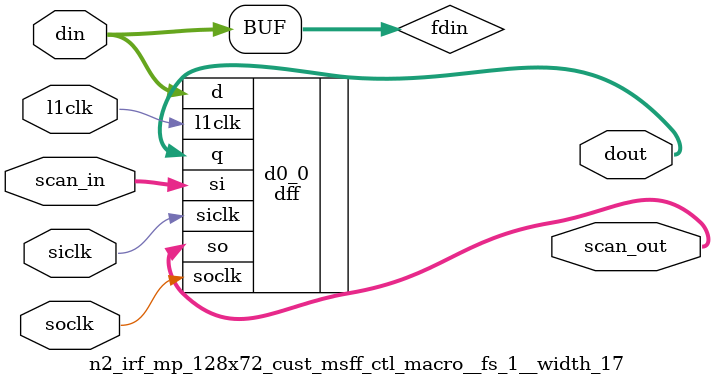
<source format=v>
module n2_irf_mp_128x72_cust (
  l2clk, 
  scan_in, 
  tcu_pce_ov, 
  tcu_aclk, 
  tcu_bclk, 
  tcu_array_wr_inhibit, 
  tcu_scan_en, 
  tcu_se_scancollar_in, 
  clken, 
  rd_tid, 
  rd_addr_p0, 
  rd_addr_p1, 
  rd_addr_p2, 
  rd_en_p0, 
  rd_en_p1, 
  rd_en_p2, 
  wr_en_p0, 
  wr_en_p1, 
  wr_tid_p0, 
  wr_tid_p1, 
  wr_addr_p0, 
  wr_addr_p1, 
  wr_data_p0, 
  wr_data_p1, 
  save_tid, 
  save_local_addr, 
  save_even_addr, 
  save_odd_addr, 
  save_even_en, 
  save_odd_en, 
  save_local_en, 
  restore_tid, 
  restore_local_addr, 
  restore_even_addr, 
  restore_odd_addr, 
  restore_even_en, 
  restore_odd_en, 
  restore_local_en, 
  save_global_en, 
  save_global_tid, 
  save_global_addr, 
  restore_global_en, 
  restore_global_tid, 
  restore_global_addr, 
  dout_p0, 
  dout_p1, 
  dout_p2, 
  scan_out);
wire siclk;
wire soclk;
wire l1clk_sci;
wire [35:0] i_wr_data_1st_p0_ff_scanin;
wire [35:0] i_wr_data_1st_p0_ff_scanout;
wire [71:0] wr_data_p0_ff;
wire [35:0] i_wr_data_1st_p1_ff_scanin;
wire [35:0] i_wr_data_1st_p1_ff_scanout;
wire [71:0] wr_data_p1_ff;
wire [19:0] i_rd_control_ff_scanin;
wire [19:0] i_rd_control_ff_scanout;
wire l1clk_free;
wire rd_en_p0_ff;
wire rd_en_p1_ff;
wire rd_en_p2_ff;
wire [4:0] rd_addr_p0_ff;
wire [4:0] rd_addr_p1_ff;
wire [4:0] rd_addr_p2_ff;
wire [1:0] rd_tid_ff;
wire [19:0] rd_control_l1_l_unused;
wire [19:0] rd_control_ff_l_unused;
wire [19:0] rd_control_ff_unused;
wire [15:0] i_wr_control_ff_scanin;
wire [15:0] i_wr_control_ff_scanout;
wire [4:0] wr_addr_p1_ff;
wire [1:0] wr_tid_p1_ff;
wire wr_en_p1_ff;
wire [4:0] wr_addr_p0_ff;
wire [1:0] wr_tid_p0_ff;
wire wr_en_p0_ff;
wire [16:0] i_restore_ff_scanin;
wire [16:0] i_restore_ff_scanout;
wire [1:0] restore_even_addr_ff;
wire [2:0] restore_local_addr_ff;
wire [1:0] restore_odd_addr_ff;
wire [1:0] restore_global_addr_ff;
wire restore_even_en_ff;
wire restore_odd_en_ff;
wire restore_local_en_ff;
wire restore_global_en_ff;
wire [1:0] restore_tid_ff;
wire [1:0] restore_global_tid_ff;
wire [16:0] i_save_ff_scanin;
wire [16:0] i_save_ff_scanout;
wire [1:0] save_even_addr_ff;
wire [2:0] save_local_addr_ff;
wire [1:0] save_odd_addr_ff;
wire [1:0] save_global_addr_ff;
wire save_even_en_ff;
wire save_odd_en_ff;
wire save_local_en_ff;
wire save_global_en_ff;
wire [1:0] save_tid_ff;
wire [1:0] save_global_tid_ff;
wire [35:0] i_wr_data_2nd_p0_ff_scanin;
wire [35:0] i_wr_data_2nd_p0_ff_scanout;
wire [35:0] i_wr_data_2nd_p1_ff_scanin;
wire [35:0] i_wr_data_2nd_p1_ff_scanout;


input		l2clk;
input		scan_in;
input		tcu_pce_ov;
input		tcu_aclk;
input		tcu_bclk;
input		tcu_array_wr_inhibit;
input		tcu_scan_en;
input		tcu_se_scancollar_in;


// *** Power Management ***
input		clken;

// *** Reading controls ***
input [1:0]	rd_tid;
input [4:0]	rd_addr_p0;
input [4:0]	rd_addr_p1;
input [4:0]	rd_addr_p2;
input		rd_en_p0;
input		rd_en_p1;
input		rd_en_p2;

// *** Writing controls ***
input		wr_en_p0;
input		wr_en_p1;
input [1:0]	wr_tid_p0;
input [1:0]	wr_tid_p1;
input [4:0]	wr_addr_p0;
input [4:0]	wr_addr_p1;

// *** Write data ports ***
input [71:0]	wr_data_p0;
input [71:0]	wr_data_p1;

// *** Window swapping controls ***
input [1:0]	save_tid;
input [2:0]	save_local_addr;
input [1:0]	save_even_addr;
input [1:0]	save_odd_addr;
input		save_even_en;
input		save_odd_en;
input		save_local_en;

input [1:0]	restore_tid;
input [2:0]	restore_local_addr;
input [1:0]	restore_even_addr;
input [1:0]	restore_odd_addr;
input		restore_even_en;
input		restore_odd_en;
input		restore_local_en;

input		save_global_en;
input [1:0]	save_global_tid;
input [1:0]	save_global_addr;

input		restore_global_en;
input [1:0]	restore_global_tid;
input [1:0]	restore_global_addr;



output [71:0]	dout_p0;			// RS1 operand : [71:64] contains 8-bit ECC, [63:0] contains 64-bit data
output [71:0]	dout_p1;			// RS2 operand : [71:64] contains 8-bit ECC, [63:0] contains 64-bit data
output [71:0]	dout_p2;			// RS3 operand : [71:64] contains 8-bit ECC, [63:0] contains 64-bit data

output		scan_out;

   
assign siclk	= tcu_aclk;
assign soclk	= tcu_bclk;


// 0in custom -fire (wr_en_p0       & wr_en_p1          & (wr_tid_p0[1:0]       == wr_tid_p1[1:0]))          -message "IRF p0 & p1 ports wrote to same TID"

// 0in custom -fire (save_even_en   & restore_even_en   & (save_tid[1:0]        == restore_tid[1:0]))        -message "IRF Save and Restore EVEN   to same TID"
// 0in custom -fire (save_odd_en    & restore_odd_en    & (save_tid[1:0]        == restore_tid[1:0]))        -message "IRF Save and Restore ODD    to same TID"
// 0in custom -fire (save_local_en  & restore_local_en  & (save_tid[1:0]        == restore_tid[1:0]))        -message "IRF Save and Restore LOCAL  to same TID"
// 0in custom -fire (save_global_en & restore_global_en & (save_global_tid[1:0] == restore_global_tid[1:0])) -message "IRF Save and Restore GLOBAL to same TID"



 
n2_irf_mp_128x72_cust_l1clkhdr_ctl_macro	clkgen_sci (
  .l2clk  (l2clk          		),
  .l1en   (clken			),
  .pce_ov (tcu_pce_ov			),
  .stop   (1'b0				),
  .se	  (tcu_se_scancollar_in		),
  .l1clk  (l1clk_sci			));



n2_irf_mp_128x72_cust_msff_ctl_macro__fs_1__width_36	i_wr_data_1st_p0_ff	 (
     .scan_in(i_wr_data_1st_p0_ff_scanin[35:0]),
     .scan_out(i_wr_data_1st_p0_ff_scanout[35:0]),
  .l1clk ( l1clk_sci			),
  .din   ( wr_data_p0[35:0]		),
  .dout  ( wr_data_p0_ff[35:0]		),
  .siclk(siclk),
  .soclk(soclk));


n2_irf_mp_128x72_cust_msff_ctl_macro__fs_1__width_36	i_wr_data_1st_p1_ff	 (
     .scan_in(i_wr_data_1st_p1_ff_scanin[35:0]),
     .scan_out(i_wr_data_1st_p1_ff_scanout[35:0]),
  .l1clk ( l1clk_sci			),
  .din   ( wr_data_p1[35:0]		),
  .dout  ( wr_data_p1_ff[35:0]		),
  .siclk(siclk),
  .soclk(soclk));



n2_irf_mp_128x72_cust_sram_msff_mo_macro__fs_1__width_20	i_rd_control_ff		 (
  .scan_in(i_rd_control_ff_scanin[19:0]),
  .scan_out(i_rd_control_ff_scanout[19:0]),
  .l1clk  ( l1clk_sci			),
  .and_clk( l1clk_free			),
  .d      ({rd_en_p0			,
	    rd_en_p1			,
	    rd_en_p2			,
	    rd_addr_p0[4:0]		,
	    rd_addr_p1[4:0]		,
	    rd_addr_p2[4:0]		,
	    rd_tid[1:0]}		),
  .mq     ({rd_en_p0_ff			,
	    rd_en_p1_ff			,
	    rd_en_p2_ff			,
	    rd_addr_p0_ff[4:0]		,
	    rd_addr_p1_ff[4:0]		,
	    rd_addr_p2_ff[4:0]		,
	    rd_tid_ff[1:0]}		),
  .mq_l   ( rd_control_l1_l_unused[19:0]),
  .q_l    ( rd_control_ff_l_unused[19:0]),
  .q      ( rd_control_ff_unused[19:0]  ),
  .siclk(siclk),
  .soclk(soclk));



n2_irf_mp_128x72_cust_msff_ctl_macro__fs_1__width_16	i_wr_control_ff		 (
     .scan_in(i_wr_control_ff_scanin[15:0]),
     .scan_out(i_wr_control_ff_scanout[15:0]),
  .l1clk ( l1clk_sci			),
  .din   ({wr_addr_p1[4:0]		,
	   wr_tid_p1[1:0]		,
	   wr_en_p1			,
	   wr_addr_p0[4:0]		,
	   wr_tid_p0[1:0]		,
	   wr_en_p0			}),
  .dout  ({wr_addr_p1_ff[4:0]		,
	   wr_tid_p1_ff[1:0]		,
	   wr_en_p1_ff			,
	   wr_addr_p0_ff[4:0]		,
	   wr_tid_p0_ff[1:0]		,
	   wr_en_p0_ff			}),
  .siclk(siclk),
  .soclk(soclk));



n2_irf_mp_128x72_cust_msff_ctl_macro__fs_1__width_17	i_restore_ff		 (
     .scan_in(i_restore_ff_scanin[16:0]),
     .scan_out(i_restore_ff_scanout[16:0]),
  .l1clk ( l1clk_sci			),
  .din   ({restore_even_addr[1:0]	,
	   restore_local_addr[2:0]	,
	   restore_odd_addr[1:0]	,
	   restore_global_addr[1:0]	,
	   restore_even_en		,
	   restore_odd_en		,
	   restore_local_en		,
	   restore_global_en		,
	   restore_tid[1:0]		,
	   restore_global_tid[1:0]	}),
  .dout  ({restore_even_addr_ff[1:0]	,
	   restore_local_addr_ff[2:0]	,
	   restore_odd_addr_ff[1:0]	,
	   restore_global_addr_ff[1:0]	,
	   restore_even_en_ff		,
	   restore_odd_en_ff		,
	   restore_local_en_ff		,
	   restore_global_en_ff		,
	   restore_tid_ff[1:0]		,
	   restore_global_tid_ff[1:0]	}),
  .siclk(siclk),
  .soclk(soclk));




n2_irf_mp_128x72_cust_msff_ctl_macro__fs_1__width_17	i_save_ff		 (
     .scan_in(i_save_ff_scanin[16:0]),
     .scan_out(i_save_ff_scanout[16:0]),
  .l1clk ( l1clk_sci			),
  .din   ({save_even_addr[1:0]		,
	   save_local_addr[2:0]		,
	   save_odd_addr[1:0]		,
	   save_global_addr[1:0]	,
	   save_even_en			,
	   save_odd_en			,
	   save_local_en		,
	   save_global_en		,
	   save_tid[1:0]		,
	   save_global_tid[1:0]		}),
  .dout  ({save_even_addr_ff[1:0]	,
	   save_local_addr_ff[2:0]	,
	   save_odd_addr_ff[1:0]	,
	   save_global_addr_ff[1:0]	,
	   save_even_en_ff		,
	   save_odd_en_ff		,
	   save_local_en_ff		,
	   save_global_en_ff		,
	   save_tid_ff[1:0]		,
	   save_global_tid_ff[1:0]	}),
  .siclk(siclk),
  .soclk(soclk));



n2_irf_mp_128x72_cust_msff_ctl_macro__fs_1__width_36	i_wr_data_2nd_p0_ff	 (
     .scan_in(i_wr_data_2nd_p0_ff_scanin[35:0]),
     .scan_out(i_wr_data_2nd_p0_ff_scanout[35:0]),
  .l1clk ( l1clk_sci			),
  .din   ( wr_data_p0[71:36]		),
  .dout  ( wr_data_p0_ff[71:36]		),
  .siclk(siclk),
  .soclk(soclk));



n2_irf_mp_128x72_cust_msff_ctl_macro__fs_1__width_36	i_wr_data_2nd_p1_ff	 (
     .scan_in(i_wr_data_2nd_p1_ff_scanin[35:0]),
     .scan_out(i_wr_data_2nd_p1_ff_scanout[35:0]),
  .l1clk ( l1clk_sci			),
  .din   ( wr_data_p1[71:36]		),
  .dout  ( wr_data_p1_ff[71:36]		),
  .siclk(siclk),
  .soclk(soclk));




n2_irf_mp_128x72_cust_l1clkhdr_ctl_macro	clkgen_free (
  .l2clk  (l2clk			),
  .l1en   (clken			),
  .pce_ov (tcu_pce_ov			),
  .stop	  (1'b0				),
  .se	  (tcu_scan_en			),
  .l1clk  (l1clk_free			));


exu_irf_array	irf_array		(
  .clk			( l1clk_free				),
  .a_rd_en_p0		( rd_en_p0_ff				),
  .a_rd_en_p1		( rd_en_p1_ff				),
  .a_rd_en_p2		( rd_en_p2_ff				),
  .a_rd_tid		( rd_tid_ff[1:0]			),
  .a_rd_addr_p0		( rd_addr_p0_ff[4:0]			),
  .a_rd_addr_p1		( rd_addr_p1_ff[4:0]			),
  .a_rd_addr_p2		( rd_addr_p2_ff[4:0]			),

  .a_wr_en_p0		( wr_en_p0_ff				),
  .a_wr_tid_p0		( wr_tid_p0_ff[1:0]			),
  .a_wr_addr_p0		( wr_addr_p0_ff[4:0]			),
  .a_wr_data_p0		( wr_data_p0_ff[71:0]			),
  .a_wr_en_p1		( wr_en_p1_ff				),
  .a_wr_tid_p1		( wr_tid_p1_ff[1:0]			),
  .a_wr_addr_p1		( wr_addr_p1_ff[4:0]			),
  .a_wr_data_p1		( wr_data_p1_ff[71:0]			),

  .a_save_tid		( save_tid_ff[1:0]			),
  .a_save_global_tid	( save_global_tid_ff[1:0]		),
  .a_save_global_addr	( save_global_addr_ff[1:0]		),
  .a_save_even_addr	( save_even_addr_ff[1:0]		),
  .a_save_odd_addr	( save_odd_addr_ff[1:0]			),
  .a_save_local_addr	( save_local_addr_ff[2:0]		),
  .a_save_global_en	( save_global_en_ff			),
  .a_save_even_en	( save_even_en_ff			),
  .a_save_local_en	( save_local_en_ff			),
  .a_save_odd_en	( save_odd_en_ff			),

  .a_restore_tid	( restore_tid_ff[1:0]			),
  .a_restore_global_tid	( restore_global_tid_ff[1:0]		),
  .a_restore_global_addr( restore_global_addr_ff[1:0]		),
  .a_restore_even_addr	( restore_even_addr_ff[1:0]		),
  .a_restore_odd_addr	( restore_odd_addr_ff[1:0]		),
  .a_restore_local_addr	( restore_local_addr_ff[2:0]		),
  .a_restore_global_en	( restore_global_en_ff			),
  .a_restore_even_en	( restore_even_en_ff			),
  .a_restore_local_en	( restore_local_en_ff			),
  .a_restore_odd_en	( restore_odd_en_ff			),

	.a_rd_data_p0		( dout_p0[71:0]				),
	.a_rd_data_p1		( dout_p1[71:0]				),
	.a_rd_data_p2		( dout_p2[71:0]				),
  .tcu_array_wr_inhibit(tcu_array_wr_inhibit));



supply0 vss;
supply1 vdd;


// scanorder start
//      i_wr_data_1st_p0_ff_scanin[0]
//      i_wr_data_1st_p1_ff_scanin[0]
//      i_wr_data_1st_p0_ff_scanin[1]
//      i_wr_data_1st_p1_ff_scanin[1]
//      i_wr_data_1st_p0_ff_scanin[2]
//      i_wr_data_1st_p1_ff_scanin[2]
//      i_wr_data_1st_p0_ff_scanin[3]
//      i_wr_data_1st_p1_ff_scanin[3]
//      i_wr_data_1st_p0_ff_scanin[4]
//      i_wr_data_1st_p1_ff_scanin[4]
//      i_wr_data_1st_p0_ff_scanin[5]
//      i_wr_data_1st_p1_ff_scanin[5]
//      i_wr_data_1st_p0_ff_scanin[6]
//      i_wr_data_1st_p1_ff_scanin[6]
//      i_wr_data_1st_p0_ff_scanin[7]
//      i_wr_data_1st_p1_ff_scanin[7]
//      i_wr_data_1st_p0_ff_scanin[8]
//      i_wr_data_1st_p1_ff_scanin[8]
//      i_wr_data_1st_p0_ff_scanin[9]
//      i_wr_data_1st_p1_ff_scanin[9]
//      i_wr_data_1st_p0_ff_scanin[10]
//      i_wr_data_1st_p1_ff_scanin[10]
//      i_wr_data_1st_p0_ff_scanin[11]
//      i_wr_data_1st_p1_ff_scanin[11]
//      i_wr_data_1st_p0_ff_scanin[12]
//      i_wr_data_1st_p1_ff_scanin[12]
//      i_wr_data_1st_p0_ff_scanin[13]
//      i_wr_data_1st_p1_ff_scanin[13]
//      i_wr_data_1st_p0_ff_scanin[14]
//      i_wr_data_1st_p1_ff_scanin[14]
//      i_wr_data_1st_p0_ff_scanin[15]
//      i_wr_data_1st_p1_ff_scanin[15]
//      i_wr_data_1st_p0_ff_scanin[16]
//      i_wr_data_1st_p1_ff_scanin[16]
//      i_wr_data_1st_p0_ff_scanin[17]
//      i_wr_data_1st_p1_ff_scanin[17]
//      i_wr_data_1st_p0_ff_scanin[18]
//      i_wr_data_1st_p1_ff_scanin[18]
//      i_wr_data_1st_p0_ff_scanin[19]
//      i_wr_data_1st_p1_ff_scanin[19]
//      i_wr_data_1st_p0_ff_scanin[20]
//      i_wr_data_1st_p1_ff_scanin[20]
//      i_wr_data_1st_p0_ff_scanin[21]
//      i_wr_data_1st_p1_ff_scanin[21]
//      i_wr_data_1st_p0_ff_scanin[22]
//      i_wr_data_1st_p1_ff_scanin[22]
//      i_wr_data_1st_p0_ff_scanin[23]
//      i_wr_data_1st_p1_ff_scanin[23]
//      i_wr_data_1st_p0_ff_scanin[24]
//      i_wr_data_1st_p1_ff_scanin[24]
//      i_wr_data_1st_p0_ff_scanin[25]
//      i_wr_data_1st_p1_ff_scanin[25]
//      i_wr_data_1st_p0_ff_scanin[26]
//      i_wr_data_1st_p1_ff_scanin[26]
//      i_wr_data_1st_p0_ff_scanin[27]
//      i_wr_data_1st_p1_ff_scanin[27]
//      i_wr_data_1st_p0_ff_scanin[28]
//      i_wr_data_1st_p1_ff_scanin[28]
//      i_wr_data_1st_p0_ff_scanin[29]
//      i_wr_data_1st_p1_ff_scanin[29]
//      i_wr_data_1st_p0_ff_scanin[30]
//      i_wr_data_1st_p1_ff_scanin[30]
//      i_wr_data_1st_p0_ff_scanin[31]
//      i_wr_data_1st_p1_ff_scanin[31]
//      i_wr_data_1st_p0_ff_scanin[32]
//      i_wr_data_1st_p1_ff_scanin[32]
//      i_wr_data_1st_p0_ff_scanin[33]
//      i_wr_data_1st_p1_ff_scanin[33]
//      i_wr_data_1st_p0_ff_scanin[34]
//      i_wr_data_1st_p1_ff_scanin[34]
//      i_wr_data_1st_p0_ff_scanin[35]
//      i_wr_data_1st_p1_ff_scanin[35]

//      i_rd_control_ff_scanin[1]
//      i_rd_control_ff_scanin[0]
//      i_rd_control_ff_scanin[6]
//      i_rd_control_ff_scanin[5]
//      i_rd_control_ff_scanin[4]
//      i_rd_control_ff_scanin[3]
//      i_rd_control_ff_scanin[2]
//      i_rd_control_ff_scanin[17]
//      i_rd_control_ff_scanin[7]
//      i_rd_control_ff_scanin[8]
//      i_rd_control_ff_scanin[9]
//      i_rd_control_ff_scanin[10]
//      i_rd_control_ff_scanin[11]
//      i_rd_control_ff_scanin[18]
//      i_rd_control_ff_scanin[12]
//      i_rd_control_ff_scanin[13]
//      i_rd_control_ff_scanin[14]
//      i_rd_control_ff_scanin[15]
//      i_rd_control_ff_scanin[16]
//      i_rd_control_ff_scanin[19]

//      i_wr_control_ff_scanin[0]
//      i_wr_control_ff_scanin[1]
//      i_wr_control_ff_scanin[2]
//      i_wr_control_ff_scanin[8]
//      i_wr_control_ff_scanin[9]
//      i_wr_control_ff_scanin[10]
//      i_wr_control_ff_scanin[3]
//      i_wr_control_ff_scanin[4]
//      i_wr_control_ff_scanin[5]
//      i_wr_control_ff_scanin[6]
//      i_wr_control_ff_scanin[7]
//      i_wr_control_ff_scanin[11]
//      i_wr_control_ff_scanin[12]
//      i_wr_control_ff_scanin[13]
//      i_wr_control_ff_scanin[14]
//      i_wr_control_ff_scanin[15]


//      i_restore_ff_scanin[1]
//      i_restore_ff_scanin[0]
//      i_restore_ff_scanin[2]
//      i_restore_ff_scanin[3]
//      i_restore_ff_scanin[4]
//      i_restore_ff_scanin[6]
//      i_restore_ff_scanin[5]
//      i_restore_ff_scanin[11]
//      i_restore_ff_scanin[10]
//      i_restore_ff_scanin[9]
//      i_restore_ff_scanin[8]
//      i_restore_ff_scanin[7]
//      i_restore_ff_scanin[12]
//      i_restore_ff_scanin[13]
//      i_restore_ff_scanin[14]
//      i_restore_ff_scanin[15]
//      i_restore_ff_scanin[16]

//      i_save_ff_scanin[1]
//      i_save_ff_scanin[0]
//      i_save_ff_scanin[2]
//      i_save_ff_scanin[3]
//      i_save_ff_scanin[4]
//      i_save_ff_scanin[6]
//      i_save_ff_scanin[5]
//      i_save_ff_scanin[11]
//      i_save_ff_scanin[10]
//      i_save_ff_scanin[9]
//      i_save_ff_scanin[8]
//      i_save_ff_scanin[7]
//      i_save_ff_scanin[12]
//      i_save_ff_scanin[13]
//      i_save_ff_scanin[14]
//      i_save_ff_scanin[15]
//      i_save_ff_scanin[16]


//      i_wr_data_2nd_p0_ff_scanin[0]
//      i_wr_data_2nd_p1_ff_scanin[0]
//      i_wr_data_2nd_p0_ff_scanin[1]
//      i_wr_data_2nd_p1_ff_scanin[1]
//      i_wr_data_2nd_p0_ff_scanin[2]
//      i_wr_data_2nd_p1_ff_scanin[2]
//      i_wr_data_2nd_p0_ff_scanin[3]
//      i_wr_data_2nd_p1_ff_scanin[3]
//      i_wr_data_2nd_p0_ff_scanin[4]
//      i_wr_data_2nd_p1_ff_scanin[4]
//      i_wr_data_2nd_p0_ff_scanin[5]
//      i_wr_data_2nd_p1_ff_scanin[5]
//      i_wr_data_2nd_p0_ff_scanin[6]
//      i_wr_data_2nd_p1_ff_scanin[6]
//      i_wr_data_2nd_p0_ff_scanin[7]
//      i_wr_data_2nd_p1_ff_scanin[7]
//      i_wr_data_2nd_p0_ff_scanin[8]
//      i_wr_data_2nd_p1_ff_scanin[8]
//      i_wr_data_2nd_p0_ff_scanin[9]
//      i_wr_data_2nd_p1_ff_scanin[9]
//      i_wr_data_2nd_p0_ff_scanin[10]
//      i_wr_data_2nd_p1_ff_scanin[10]
//      i_wr_data_2nd_p0_ff_scanin[11]
//      i_wr_data_2nd_p1_ff_scanin[11]
//      i_wr_data_2nd_p0_ff_scanin[12]
//      i_wr_data_2nd_p1_ff_scanin[12]
//      i_wr_data_2nd_p0_ff_scanin[13]
//      i_wr_data_2nd_p1_ff_scanin[13]
//      i_wr_data_2nd_p0_ff_scanin[14]
//      i_wr_data_2nd_p1_ff_scanin[14]
//      i_wr_data_2nd_p0_ff_scanin[15]
//      i_wr_data_2nd_p1_ff_scanin[15]
//      i_wr_data_2nd_p0_ff_scanin[16]
//      i_wr_data_2nd_p1_ff_scanin[16]
//      i_wr_data_2nd_p0_ff_scanin[17]
//      i_wr_data_2nd_p1_ff_scanin[17]
//      i_wr_data_2nd_p0_ff_scanin[18]
//      i_wr_data_2nd_p1_ff_scanin[18]
//      i_wr_data_2nd_p0_ff_scanin[19]
//      i_wr_data_2nd_p1_ff_scanin[19]
//      i_wr_data_2nd_p0_ff_scanin[20]
//      i_wr_data_2nd_p1_ff_scanin[20]
//      i_wr_data_2nd_p0_ff_scanin[21]
//      i_wr_data_2nd_p1_ff_scanin[21]
//      i_wr_data_2nd_p0_ff_scanin[22]
//      i_wr_data_2nd_p1_ff_scanin[22]
//      i_wr_data_2nd_p0_ff_scanin[23]
//      i_wr_data_2nd_p1_ff_scanin[23]
//      i_wr_data_2nd_p0_ff_scanin[24]
//      i_wr_data_2nd_p1_ff_scanin[24]
//      i_wr_data_2nd_p0_ff_scanin[25]
//      i_wr_data_2nd_p1_ff_scanin[25]
//      i_wr_data_2nd_p0_ff_scanin[26]
//      i_wr_data_2nd_p1_ff_scanin[26]
//      i_wr_data_2nd_p0_ff_scanin[27]
//      i_wr_data_2nd_p1_ff_scanin[27]
//      i_wr_data_2nd_p0_ff_scanin[28]
//      i_wr_data_2nd_p1_ff_scanin[28]
//      i_wr_data_2nd_p0_ff_scanin[29]
//      i_wr_data_2nd_p1_ff_scanin[29]
//      i_wr_data_2nd_p0_ff_scanin[30]
//      i_wr_data_2nd_p1_ff_scanin[30]
//      i_wr_data_2nd_p0_ff_scanin[31]
//      i_wr_data_2nd_p1_ff_scanin[31]
//      i_wr_data_2nd_p0_ff_scanin[32]
//      i_wr_data_2nd_p1_ff_scanin[32]
//      i_wr_data_2nd_p0_ff_scanin[33]
//      i_wr_data_2nd_p1_ff_scanin[33]
//      i_wr_data_2nd_p0_ff_scanin[34]
//      i_wr_data_2nd_p1_ff_scanin[34]
//      i_wr_data_2nd_p0_ff_scanin[35]
//      i_wr_data_2nd_p1_ff_scanin[35]

// scanorder end
// fixscan start
assign i_wr_data_1st_p0_ff_scanin[0]=scan_in;
assign i_wr_data_1st_p1_ff_scanin[0]=i_wr_data_1st_p0_ff_scanout[0];
assign i_wr_data_1st_p0_ff_scanin[1]=i_wr_data_1st_p1_ff_scanout[0];
assign i_wr_data_1st_p1_ff_scanin[1]=i_wr_data_1st_p0_ff_scanout[1];
assign i_wr_data_1st_p0_ff_scanin[2]=i_wr_data_1st_p1_ff_scanout[1];
assign i_wr_data_1st_p1_ff_scanin[2]=i_wr_data_1st_p0_ff_scanout[2];
assign i_wr_data_1st_p0_ff_scanin[3]=i_wr_data_1st_p1_ff_scanout[2];
assign i_wr_data_1st_p1_ff_scanin[3]=i_wr_data_1st_p0_ff_scanout[3];
assign i_wr_data_1st_p0_ff_scanin[4]=i_wr_data_1st_p1_ff_scanout[3];
assign i_wr_data_1st_p1_ff_scanin[4]=i_wr_data_1st_p0_ff_scanout[4];
assign i_wr_data_1st_p0_ff_scanin[5]=i_wr_data_1st_p1_ff_scanout[4];
assign i_wr_data_1st_p1_ff_scanin[5]=i_wr_data_1st_p0_ff_scanout[5];
assign i_wr_data_1st_p0_ff_scanin[6]=i_wr_data_1st_p1_ff_scanout[5];
assign i_wr_data_1st_p1_ff_scanin[6]=i_wr_data_1st_p0_ff_scanout[6];
assign i_wr_data_1st_p0_ff_scanin[7]=i_wr_data_1st_p1_ff_scanout[6];
assign i_wr_data_1st_p1_ff_scanin[7]=i_wr_data_1st_p0_ff_scanout[7];
assign i_wr_data_1st_p0_ff_scanin[8]=i_wr_data_1st_p1_ff_scanout[7];
assign i_wr_data_1st_p1_ff_scanin[8]=i_wr_data_1st_p0_ff_scanout[8];
assign i_wr_data_1st_p0_ff_scanin[9]=i_wr_data_1st_p1_ff_scanout[8];
assign i_wr_data_1st_p1_ff_scanin[9]=i_wr_data_1st_p0_ff_scanout[9];
assign i_wr_data_1st_p0_ff_scanin[10]=i_wr_data_1st_p1_ff_scanout[9];
assign i_wr_data_1st_p1_ff_scanin[10]=i_wr_data_1st_p0_ff_scanout[10];
assign i_wr_data_1st_p0_ff_scanin[11]=i_wr_data_1st_p1_ff_scanout[10];
assign i_wr_data_1st_p1_ff_scanin[11]=i_wr_data_1st_p0_ff_scanout[11];
assign i_wr_data_1st_p0_ff_scanin[12]=i_wr_data_1st_p1_ff_scanout[11];
assign i_wr_data_1st_p1_ff_scanin[12]=i_wr_data_1st_p0_ff_scanout[12];
assign i_wr_data_1st_p0_ff_scanin[13]=i_wr_data_1st_p1_ff_scanout[12];
assign i_wr_data_1st_p1_ff_scanin[13]=i_wr_data_1st_p0_ff_scanout[13];
assign i_wr_data_1st_p0_ff_scanin[14]=i_wr_data_1st_p1_ff_scanout[13];
assign i_wr_data_1st_p1_ff_scanin[14]=i_wr_data_1st_p0_ff_scanout[14];
assign i_wr_data_1st_p0_ff_scanin[15]=i_wr_data_1st_p1_ff_scanout[14];
assign i_wr_data_1st_p1_ff_scanin[15]=i_wr_data_1st_p0_ff_scanout[15];
assign i_wr_data_1st_p0_ff_scanin[16]=i_wr_data_1st_p1_ff_scanout[15];
assign i_wr_data_1st_p1_ff_scanin[16]=i_wr_data_1st_p0_ff_scanout[16];
assign i_wr_data_1st_p0_ff_scanin[17]=i_wr_data_1st_p1_ff_scanout[16];
assign i_wr_data_1st_p1_ff_scanin[17]=i_wr_data_1st_p0_ff_scanout[17];
assign i_wr_data_1st_p0_ff_scanin[18]=i_wr_data_1st_p1_ff_scanout[17];
assign i_wr_data_1st_p1_ff_scanin[18]=i_wr_data_1st_p0_ff_scanout[18];
assign i_wr_data_1st_p0_ff_scanin[19]=i_wr_data_1st_p1_ff_scanout[18];
assign i_wr_data_1st_p1_ff_scanin[19]=i_wr_data_1st_p0_ff_scanout[19];
assign i_wr_data_1st_p0_ff_scanin[20]=i_wr_data_1st_p1_ff_scanout[19];
assign i_wr_data_1st_p1_ff_scanin[20]=i_wr_data_1st_p0_ff_scanout[20];
assign i_wr_data_1st_p0_ff_scanin[21]=i_wr_data_1st_p1_ff_scanout[20];
assign i_wr_data_1st_p1_ff_scanin[21]=i_wr_data_1st_p0_ff_scanout[21];
assign i_wr_data_1st_p0_ff_scanin[22]=i_wr_data_1st_p1_ff_scanout[21];
assign i_wr_data_1st_p1_ff_scanin[22]=i_wr_data_1st_p0_ff_scanout[22];
assign i_wr_data_1st_p0_ff_scanin[23]=i_wr_data_1st_p1_ff_scanout[22];
assign i_wr_data_1st_p1_ff_scanin[23]=i_wr_data_1st_p0_ff_scanout[23];
assign i_wr_data_1st_p0_ff_scanin[24]=i_wr_data_1st_p1_ff_scanout[23];
assign i_wr_data_1st_p1_ff_scanin[24]=i_wr_data_1st_p0_ff_scanout[24];
assign i_wr_data_1st_p0_ff_scanin[25]=i_wr_data_1st_p1_ff_scanout[24];
assign i_wr_data_1st_p1_ff_scanin[25]=i_wr_data_1st_p0_ff_scanout[25];
assign i_wr_data_1st_p0_ff_scanin[26]=i_wr_data_1st_p1_ff_scanout[25];
assign i_wr_data_1st_p1_ff_scanin[26]=i_wr_data_1st_p0_ff_scanout[26];
assign i_wr_data_1st_p0_ff_scanin[27]=i_wr_data_1st_p1_ff_scanout[26];
assign i_wr_data_1st_p1_ff_scanin[27]=i_wr_data_1st_p0_ff_scanout[27];
assign i_wr_data_1st_p0_ff_scanin[28]=i_wr_data_1st_p1_ff_scanout[27];
assign i_wr_data_1st_p1_ff_scanin[28]=i_wr_data_1st_p0_ff_scanout[28];
assign i_wr_data_1st_p0_ff_scanin[29]=i_wr_data_1st_p1_ff_scanout[28];
assign i_wr_data_1st_p1_ff_scanin[29]=i_wr_data_1st_p0_ff_scanout[29];
assign i_wr_data_1st_p0_ff_scanin[30]=i_wr_data_1st_p1_ff_scanout[29];
assign i_wr_data_1st_p1_ff_scanin[30]=i_wr_data_1st_p0_ff_scanout[30];
assign i_wr_data_1st_p0_ff_scanin[31]=i_wr_data_1st_p1_ff_scanout[30];
assign i_wr_data_1st_p1_ff_scanin[31]=i_wr_data_1st_p0_ff_scanout[31];
assign i_wr_data_1st_p0_ff_scanin[32]=i_wr_data_1st_p1_ff_scanout[31];
assign i_wr_data_1st_p1_ff_scanin[32]=i_wr_data_1st_p0_ff_scanout[32];
assign i_wr_data_1st_p0_ff_scanin[33]=i_wr_data_1st_p1_ff_scanout[32];
assign i_wr_data_1st_p1_ff_scanin[33]=i_wr_data_1st_p0_ff_scanout[33];
assign i_wr_data_1st_p0_ff_scanin[34]=i_wr_data_1st_p1_ff_scanout[33];
assign i_wr_data_1st_p1_ff_scanin[34]=i_wr_data_1st_p0_ff_scanout[34];
assign i_wr_data_1st_p0_ff_scanin[35]=i_wr_data_1st_p1_ff_scanout[34];
assign i_wr_data_1st_p1_ff_scanin[35]=i_wr_data_1st_p0_ff_scanout[35];
assign i_rd_control_ff_scanin[1]=i_wr_data_1st_p1_ff_scanout[35];
assign i_rd_control_ff_scanin[0]=i_rd_control_ff_scanout[1];
assign i_rd_control_ff_scanin[6]=i_rd_control_ff_scanout[0];
assign i_rd_control_ff_scanin[5]=i_rd_control_ff_scanout[6];
assign i_rd_control_ff_scanin[4]=i_rd_control_ff_scanout[5];
assign i_rd_control_ff_scanin[3]=i_rd_control_ff_scanout[4];
assign i_rd_control_ff_scanin[2]=i_rd_control_ff_scanout[3];
assign i_rd_control_ff_scanin[17]=i_rd_control_ff_scanout[2];
assign i_rd_control_ff_scanin[7]=i_rd_control_ff_scanout[17];
assign i_rd_control_ff_scanin[8]=i_rd_control_ff_scanout[7];
assign i_rd_control_ff_scanin[9]=i_rd_control_ff_scanout[8];
assign i_rd_control_ff_scanin[10]=i_rd_control_ff_scanout[9];
assign i_rd_control_ff_scanin[11]=i_rd_control_ff_scanout[10];
assign i_rd_control_ff_scanin[18]=i_rd_control_ff_scanout[11];
assign i_rd_control_ff_scanin[12]=i_rd_control_ff_scanout[18];
assign i_rd_control_ff_scanin[13]=i_rd_control_ff_scanout[12];
assign i_rd_control_ff_scanin[14]=i_rd_control_ff_scanout[13];
assign i_rd_control_ff_scanin[15]=i_rd_control_ff_scanout[14];
assign i_rd_control_ff_scanin[16]=i_rd_control_ff_scanout[15];
assign i_rd_control_ff_scanin[19]=i_rd_control_ff_scanout[16];
assign i_wr_control_ff_scanin[0]=i_rd_control_ff_scanout[19];
assign i_wr_control_ff_scanin[1]=i_wr_control_ff_scanout[0];
assign i_wr_control_ff_scanin[2]=i_wr_control_ff_scanout[1];
assign i_wr_control_ff_scanin[8]=i_wr_control_ff_scanout[2];
assign i_wr_control_ff_scanin[9]=i_wr_control_ff_scanout[8];
assign i_wr_control_ff_scanin[10]=i_wr_control_ff_scanout[9];
assign i_wr_control_ff_scanin[3]=i_wr_control_ff_scanout[10];
assign i_wr_control_ff_scanin[4]=i_wr_control_ff_scanout[3];
assign i_wr_control_ff_scanin[5]=i_wr_control_ff_scanout[4];
assign i_wr_control_ff_scanin[6]=i_wr_control_ff_scanout[5];
assign i_wr_control_ff_scanin[7]=i_wr_control_ff_scanout[6];
assign i_wr_control_ff_scanin[11]=i_wr_control_ff_scanout[7];
assign i_wr_control_ff_scanin[12]=i_wr_control_ff_scanout[11];
assign i_wr_control_ff_scanin[13]=i_wr_control_ff_scanout[12];
assign i_wr_control_ff_scanin[14]=i_wr_control_ff_scanout[13];
assign i_wr_control_ff_scanin[15]=i_wr_control_ff_scanout[14];
assign i_restore_ff_scanin[1]=i_wr_control_ff_scanout[15];
assign i_restore_ff_scanin[0]=i_restore_ff_scanout[1];
assign i_restore_ff_scanin[2]=i_restore_ff_scanout[0];
assign i_restore_ff_scanin[3]=i_restore_ff_scanout[2];
assign i_restore_ff_scanin[4]=i_restore_ff_scanout[3];
assign i_restore_ff_scanin[6]=i_restore_ff_scanout[4];
assign i_restore_ff_scanin[5]=i_restore_ff_scanout[6];
assign i_restore_ff_scanin[11]=i_restore_ff_scanout[5];
assign i_restore_ff_scanin[10]=i_restore_ff_scanout[11];
assign i_restore_ff_scanin[9]=i_restore_ff_scanout[10];
assign i_restore_ff_scanin[8]=i_restore_ff_scanout[9];
assign i_restore_ff_scanin[7]=i_restore_ff_scanout[8];
assign i_restore_ff_scanin[12]=i_restore_ff_scanout[7];
assign i_restore_ff_scanin[13]=i_restore_ff_scanout[12];
assign i_restore_ff_scanin[14]=i_restore_ff_scanout[13];
assign i_restore_ff_scanin[15]=i_restore_ff_scanout[14];
assign i_restore_ff_scanin[16]=i_restore_ff_scanout[15];
assign i_save_ff_scanin[1]=i_restore_ff_scanout[16];
assign i_save_ff_scanin[0]=i_save_ff_scanout[1];
assign i_save_ff_scanin[2]=i_save_ff_scanout[0];
assign i_save_ff_scanin[3]=i_save_ff_scanout[2];
assign i_save_ff_scanin[4]=i_save_ff_scanout[3];
assign i_save_ff_scanin[6]=i_save_ff_scanout[4];
assign i_save_ff_scanin[5]=i_save_ff_scanout[6];
assign i_save_ff_scanin[11]=i_save_ff_scanout[5];
assign i_save_ff_scanin[10]=i_save_ff_scanout[11];
assign i_save_ff_scanin[9]=i_save_ff_scanout[10];
assign i_save_ff_scanin[8]=i_save_ff_scanout[9];
assign i_save_ff_scanin[7]=i_save_ff_scanout[8];
assign i_save_ff_scanin[12]=i_save_ff_scanout[7];
assign i_save_ff_scanin[13]=i_save_ff_scanout[12];
assign i_save_ff_scanin[14]=i_save_ff_scanout[13];
assign i_save_ff_scanin[15]=i_save_ff_scanout[14];
assign i_save_ff_scanin[16]=i_save_ff_scanout[15];
assign i_wr_data_2nd_p0_ff_scanin[0]=i_save_ff_scanout[16];
assign i_wr_data_2nd_p1_ff_scanin[0]=i_wr_data_2nd_p0_ff_scanout[0];
assign i_wr_data_2nd_p0_ff_scanin[1]=i_wr_data_2nd_p1_ff_scanout[0];
assign i_wr_data_2nd_p1_ff_scanin[1]=i_wr_data_2nd_p0_ff_scanout[1];
assign i_wr_data_2nd_p0_ff_scanin[2]=i_wr_data_2nd_p1_ff_scanout[1];
assign i_wr_data_2nd_p1_ff_scanin[2]=i_wr_data_2nd_p0_ff_scanout[2];
assign i_wr_data_2nd_p0_ff_scanin[3]=i_wr_data_2nd_p1_ff_scanout[2];
assign i_wr_data_2nd_p1_ff_scanin[3]=i_wr_data_2nd_p0_ff_scanout[3];
assign i_wr_data_2nd_p0_ff_scanin[4]=i_wr_data_2nd_p1_ff_scanout[3];
assign i_wr_data_2nd_p1_ff_scanin[4]=i_wr_data_2nd_p0_ff_scanout[4];
assign i_wr_data_2nd_p0_ff_scanin[5]=i_wr_data_2nd_p1_ff_scanout[4];
assign i_wr_data_2nd_p1_ff_scanin[5]=i_wr_data_2nd_p0_ff_scanout[5];
assign i_wr_data_2nd_p0_ff_scanin[6]=i_wr_data_2nd_p1_ff_scanout[5];
assign i_wr_data_2nd_p1_ff_scanin[6]=i_wr_data_2nd_p0_ff_scanout[6];
assign i_wr_data_2nd_p0_ff_scanin[7]=i_wr_data_2nd_p1_ff_scanout[6];
assign i_wr_data_2nd_p1_ff_scanin[7]=i_wr_data_2nd_p0_ff_scanout[7];
assign i_wr_data_2nd_p0_ff_scanin[8]=i_wr_data_2nd_p1_ff_scanout[7];
assign i_wr_data_2nd_p1_ff_scanin[8]=i_wr_data_2nd_p0_ff_scanout[8];
assign i_wr_data_2nd_p0_ff_scanin[9]=i_wr_data_2nd_p1_ff_scanout[8];
assign i_wr_data_2nd_p1_ff_scanin[9]=i_wr_data_2nd_p0_ff_scanout[9];
assign i_wr_data_2nd_p0_ff_scanin[10]=i_wr_data_2nd_p1_ff_scanout[9];
assign i_wr_data_2nd_p1_ff_scanin[10]=i_wr_data_2nd_p0_ff_scanout[10];
assign i_wr_data_2nd_p0_ff_scanin[11]=i_wr_data_2nd_p1_ff_scanout[10];
assign i_wr_data_2nd_p1_ff_scanin[11]=i_wr_data_2nd_p0_ff_scanout[11];
assign i_wr_data_2nd_p0_ff_scanin[12]=i_wr_data_2nd_p1_ff_scanout[11];
assign i_wr_data_2nd_p1_ff_scanin[12]=i_wr_data_2nd_p0_ff_scanout[12];
assign i_wr_data_2nd_p0_ff_scanin[13]=i_wr_data_2nd_p1_ff_scanout[12];
assign i_wr_data_2nd_p1_ff_scanin[13]=i_wr_data_2nd_p0_ff_scanout[13];
assign i_wr_data_2nd_p0_ff_scanin[14]=i_wr_data_2nd_p1_ff_scanout[13];
assign i_wr_data_2nd_p1_ff_scanin[14]=i_wr_data_2nd_p0_ff_scanout[14];
assign i_wr_data_2nd_p0_ff_scanin[15]=i_wr_data_2nd_p1_ff_scanout[14];
assign i_wr_data_2nd_p1_ff_scanin[15]=i_wr_data_2nd_p0_ff_scanout[15];
assign i_wr_data_2nd_p0_ff_scanin[16]=i_wr_data_2nd_p1_ff_scanout[15];
assign i_wr_data_2nd_p1_ff_scanin[16]=i_wr_data_2nd_p0_ff_scanout[16];
assign i_wr_data_2nd_p0_ff_scanin[17]=i_wr_data_2nd_p1_ff_scanout[16];
assign i_wr_data_2nd_p1_ff_scanin[17]=i_wr_data_2nd_p0_ff_scanout[17];
assign i_wr_data_2nd_p0_ff_scanin[18]=i_wr_data_2nd_p1_ff_scanout[17];
assign i_wr_data_2nd_p1_ff_scanin[18]=i_wr_data_2nd_p0_ff_scanout[18];
assign i_wr_data_2nd_p0_ff_scanin[19]=i_wr_data_2nd_p1_ff_scanout[18];
assign i_wr_data_2nd_p1_ff_scanin[19]=i_wr_data_2nd_p0_ff_scanout[19];
assign i_wr_data_2nd_p0_ff_scanin[20]=i_wr_data_2nd_p1_ff_scanout[19];
assign i_wr_data_2nd_p1_ff_scanin[20]=i_wr_data_2nd_p0_ff_scanout[20];
assign i_wr_data_2nd_p0_ff_scanin[21]=i_wr_data_2nd_p1_ff_scanout[20];
assign i_wr_data_2nd_p1_ff_scanin[21]=i_wr_data_2nd_p0_ff_scanout[21];
assign i_wr_data_2nd_p0_ff_scanin[22]=i_wr_data_2nd_p1_ff_scanout[21];
assign i_wr_data_2nd_p1_ff_scanin[22]=i_wr_data_2nd_p0_ff_scanout[22];
assign i_wr_data_2nd_p0_ff_scanin[23]=i_wr_data_2nd_p1_ff_scanout[22];
assign i_wr_data_2nd_p1_ff_scanin[23]=i_wr_data_2nd_p0_ff_scanout[23];
assign i_wr_data_2nd_p0_ff_scanin[24]=i_wr_data_2nd_p1_ff_scanout[23];
assign i_wr_data_2nd_p1_ff_scanin[24]=i_wr_data_2nd_p0_ff_scanout[24];
assign i_wr_data_2nd_p0_ff_scanin[25]=i_wr_data_2nd_p1_ff_scanout[24];
assign i_wr_data_2nd_p1_ff_scanin[25]=i_wr_data_2nd_p0_ff_scanout[25];
assign i_wr_data_2nd_p0_ff_scanin[26]=i_wr_data_2nd_p1_ff_scanout[25];
assign i_wr_data_2nd_p1_ff_scanin[26]=i_wr_data_2nd_p0_ff_scanout[26];
assign i_wr_data_2nd_p0_ff_scanin[27]=i_wr_data_2nd_p1_ff_scanout[26];
assign i_wr_data_2nd_p1_ff_scanin[27]=i_wr_data_2nd_p0_ff_scanout[27];
assign i_wr_data_2nd_p0_ff_scanin[28]=i_wr_data_2nd_p1_ff_scanout[27];
assign i_wr_data_2nd_p1_ff_scanin[28]=i_wr_data_2nd_p0_ff_scanout[28];
assign i_wr_data_2nd_p0_ff_scanin[29]=i_wr_data_2nd_p1_ff_scanout[28];
assign i_wr_data_2nd_p1_ff_scanin[29]=i_wr_data_2nd_p0_ff_scanout[29];
assign i_wr_data_2nd_p0_ff_scanin[30]=i_wr_data_2nd_p1_ff_scanout[29];
assign i_wr_data_2nd_p1_ff_scanin[30]=i_wr_data_2nd_p0_ff_scanout[30];
assign i_wr_data_2nd_p0_ff_scanin[31]=i_wr_data_2nd_p1_ff_scanout[30];
assign i_wr_data_2nd_p1_ff_scanin[31]=i_wr_data_2nd_p0_ff_scanout[31];
assign i_wr_data_2nd_p0_ff_scanin[32]=i_wr_data_2nd_p1_ff_scanout[31];
assign i_wr_data_2nd_p1_ff_scanin[32]=i_wr_data_2nd_p0_ff_scanout[32];
assign i_wr_data_2nd_p0_ff_scanin[33]=i_wr_data_2nd_p1_ff_scanout[32];
assign i_wr_data_2nd_p1_ff_scanin[33]=i_wr_data_2nd_p0_ff_scanout[33];
assign i_wr_data_2nd_p0_ff_scanin[34]=i_wr_data_2nd_p1_ff_scanout[33];
assign i_wr_data_2nd_p1_ff_scanin[34]=i_wr_data_2nd_p0_ff_scanout[34];
assign i_wr_data_2nd_p0_ff_scanin[35]=i_wr_data_2nd_p1_ff_scanout[34];
assign i_wr_data_2nd_p1_ff_scanin[35]=i_wr_data_2nd_p0_ff_scanout[35];
assign scan_out=i_wr_data_2nd_p1_ff_scanout[35];
// fixscan end

endmodule






// any PARAMS parms go into naming of macro

module n2_irf_mp_128x72_cust_l1clkhdr_ctl_macro (
  l2clk, 
  l1en, 
  pce_ov, 
  stop, 
  se, 
  l1clk);


  input l2clk;
  input l1en;
  input pce_ov;
  input stop;
  input se;
  output l1clk;



 

cl_sc1_l1hdr_8x c_0 (


   .l2clk(l2clk),
   .pce(l1en),
   .l1clk(l1clk),
  .se(se),
  .pce_ov(pce_ov),
  .stop(stop)
);



endmodule













// any PARAMS parms go into naming of macro

module n2_irf_mp_128x72_cust_msff_ctl_macro__fs_1__width_36 (
  din, 
  l1clk, 
  scan_in, 
  siclk, 
  soclk, 
  dout, 
  scan_out);
wire [35:0] fdin;

  input [35:0] din;
  input l1clk;
  input [35:0] scan_in;


  input siclk;
  input soclk;

  output [35:0] dout;
  output [35:0] scan_out;
assign fdin[35:0] = din[35:0];






dff /*#(36)*/  d0_0 (
.l1clk(l1clk),
.siclk(siclk),
.soclk(soclk),
.d(fdin[35:0]),
.si(scan_in[35:0]),
.so(scan_out[35:0]),
.q(dout[35:0])
);












endmodule









//
//   macro for cl_mc1_sram_msff_mo_{16,8,4}x flops
//
//





module n2_irf_mp_128x72_cust_sram_msff_mo_macro__fs_1__width_20 (
  d, 
  scan_in, 
  l1clk, 
  and_clk, 
  siclk, 
  soclk, 
  mq, 
  mq_l, 
  scan_out, 
  q, 
  q_l);
input [19:0] d;
  input [19:0] scan_in;
input l1clk;
input and_clk;
input siclk;
input soclk;
output [19:0] mq;
output [19:0] mq_l;
  output [19:0] scan_out;
output [19:0] q;
output [19:0] q_l;






new_dlata /*#(20)*/  d0_0 (
.d(d[19:0]),
.si(scan_in[19:0]),
.so(scan_out[19:0]),
.l1clk(l1clk),
.and_clk(and_clk),
.siclk(siclk),
.soclk(soclk),
.q(q[19:0]),
.q_l(q_l[19:0]),
.mq(mq[19:0]),
.mq_l(mq_l[19:0])
);










//place::generic_place($width,$stack,$left);

endmodule









// any PARAMS parms go into naming of macro

module n2_irf_mp_128x72_cust_msff_ctl_macro__fs_1__width_16 (
  din, 
  l1clk, 
  scan_in, 
  siclk, 
  soclk, 
  dout, 
  scan_out);
wire [15:0] fdin;

  input [15:0] din;
  input l1clk;
  input [15:0] scan_in;


  input siclk;
  input soclk;

  output [15:0] dout;
  output [15:0] scan_out;
assign fdin[15:0] = din[15:0];






dff /*#(16)*/  d0_0 (
.l1clk(l1clk),
.siclk(siclk),
.soclk(soclk),
.d(fdin[15:0]),
.si(scan_in[15:0]),
.so(scan_out[15:0]),
.q(dout[15:0])
);












endmodule













// any PARAMS parms go into naming of macro

module n2_irf_mp_128x72_cust_msff_ctl_macro__fs_1__width_17 (
  din, 
  l1clk, 
  scan_in, 
  siclk, 
  soclk, 
  dout, 
  scan_out);
wire [16:0] fdin;

  input [16:0] din;
  input l1clk;
  input [16:0] scan_in;


  input siclk;
  input soclk;

  output [16:0] dout;
  output [16:0] scan_out;
assign fdin[16:0] = din[16:0];






dff /*#(17)*/  d0_0 (
.l1clk(l1clk),
.siclk(siclk),
.soclk(soclk),
.d(fdin[16:0]),
.si(scan_in[16:0]),
.so(scan_out[16:0]),
.q(dout[16:0])
);












endmodule








`ifdef FPGA

module exu_irf_array(clk, tcu_array_wr_inhibit, a_rd_en_p0, a_rd_en_p1, 
	a_rd_en_p2, a_rd_tid, a_rd_addr_p0, a_rd_addr_p1, a_rd_addr_p2, 
	a_wr_en_p0, a_wr_tid_p0, a_wr_addr_p0, a_wr_data_p0, a_wr_en_p1, 
	a_wr_tid_p1, a_wr_addr_p1, a_wr_data_p1, a_save_tid, a_save_global_tid, 
	a_save_global_addr, a_save_even_addr, a_save_local_addr, 
	a_save_odd_addr, a_save_global_en, a_save_even_en, a_save_local_en, 
	a_save_odd_en, a_restore_tid, a_restore_global_tid, 
	a_restore_global_addr, a_restore_even_addr, a_restore_odd_addr, 
	a_restore_local_addr, a_restore_global_en, a_restore_even_en, 
	a_restore_local_en, a_restore_odd_en, a_rd_data_p0, a_rd_data_p1, 
	a_rd_data_p2);

	input			clk;
	input			tcu_array_wr_inhibit;
	input			a_rd_en_p0;
	input			a_rd_en_p1;
	input			a_rd_en_p2;
	input	[1:0]		a_rd_tid;
	input	[4:0]		a_rd_addr_p0;
	input	[4:0]		a_rd_addr_p1;
	input	[4:0]		a_rd_addr_p2;
	input			a_wr_en_p0;
	input	[1:0]		a_wr_tid_p0;
	input	[4:0]		a_wr_addr_p0;
	input	[71:0]		a_wr_data_p0;
	input			a_wr_en_p1;
	input	[1:0]		a_wr_tid_p1;
	input	[4:0]		a_wr_addr_p1;
	input	[71:0]		a_wr_data_p1;
	input	[1:0]		a_save_tid;
	input	[1:0]		a_save_global_tid;
	input	[1:0]		a_save_global_addr;
	input	[2:1]		a_save_even_addr;
	input	[2:0]		a_save_local_addr;
	input	[2:1]		a_save_odd_addr;
	input			a_save_global_en;
	input			a_save_even_en;
	input			a_save_local_en;
	input			a_save_odd_en;
	input	[1:0]		a_restore_tid;
	input	[1:0]		a_restore_global_tid;
	input	[1:0]		a_restore_global_addr;
	input	[2:1]		a_restore_even_addr;
	input	[2:1]		a_restore_odd_addr;
	input	[2:0]		a_restore_local_addr;
	input			a_restore_global_en;
	input			a_restore_even_en;
	input			a_restore_local_en;
	input			a_restore_odd_en;
	output	[71:0]		a_rd_data_p0;
	output	[71:0]		a_rd_data_p1;
	output	[71:0]		a_rd_data_p2;

	wire	[6:0]		thr_rs1;
	wire	[6:0]		thr_rs2;
	wire	[6:0]		thr_rs3;
	wire	[6:0]		thr_rd_w;
	wire	[6:0]		thr_rd_w2;
	wire			rd_en_p0;
	wire			rd_en_p1;
	wire			rd_en_p2;
	wire			wr_en_p0;
	wire			wr_en_p1;
	wire			p0_rd_eq_wr;
	wire			p1_rd_eq_wr;
	wire			p2_rd_eq_wr;

        reg     [71:0]          active_window[127:0];
        reg     [71:0]          locals[255:0];
        reg     [71:0]          evens[127:0];
        reg     [71:0]          odds[127:0];
        reg     [71:0]          globals[127:0];
	integer			i;
	reg	[71:0]		rd_data_p0;
	reg	[71:0]		rd_data_p1;
	reg	[71:0]		rd_data_p2;
	reg	[1:0]		a_restore_global_tid_d1;
	reg	[1:0]		a_restore_tid_d1;
	reg	[1:0]		a_restore_global_addr_d1;
	reg	[2:1]		a_restore_odd_addr_d1;
	reg	[2:1]		a_restore_even_addr_d1;
	reg	[2:0]		a_restore_local_addr_d1;
	reg			a_save_global_en_d1;
	reg			tcu_array_wr_inhibit_d1;
	reg			a_save_odd_en_d1;
	reg			a_save_local_en_d1;
	reg			a_save_even_en_d1;
	reg			a_restore_global_en_d1;
	reg			a_restore_odd_en_d1;
	reg			a_restore_local_en_d1;
	reg			a_restore_even_en_d1;
	supply0			vss;
	supply1			vdd;


        assign thr_rs1[6:0] = {a_rd_tid[1:0], a_rd_addr_p0[4:0]};
        assign thr_rs2[6:0] = {a_rd_tid[1:0], a_rd_addr_p1[4:0]};
        assign thr_rs3[6:0] = {a_rd_tid[1:0], a_rd_addr_p2[4:0]};
        assign thr_rd_w[6:0] = {a_wr_tid_p0[1:0], a_wr_addr_p0[4:0]};
        assign thr_rd_w2[6:0] = {a_wr_tid_p1[1:0], a_wr_addr_p1[4:0]};




	assign rd_en_p0 = ((a_rd_en_p0 & (thr_rs1[4:0] != 5'b0)) & (~
		tcu_array_wr_inhibit));
	assign rd_en_p1 = ((a_rd_en_p1 & (thr_rs2[4:0] != 5'b0)) & (~
		tcu_array_wr_inhibit));
	assign rd_en_p2 = ((a_rd_en_p2 & (thr_rs3[4:0] != 5'b0)) & (~
		tcu_array_wr_inhibit));
	assign wr_en_p0 = ((a_wr_en_p0 & (thr_rd_w[4:0] != 5'b0)) & (~
		tcu_array_wr_inhibit));
	assign wr_en_p1 = ((a_wr_en_p1 & (thr_rd_w2[4:0] != 5'b0)) & (~
		tcu_array_wr_inhibit));
	assign p0_rd_eq_wr = ((wr_en_p0 & (thr_rs1[6:0] == thr_rd_w[6:0])) | (
		wr_en_p1 & (thr_rs1[6:0] == thr_rd_w2[6:0])));
	assign p1_rd_eq_wr = ((wr_en_p0 & (thr_rs2[6:0] == thr_rd_w[6:0])) | (
		wr_en_p1 & (thr_rs2[6:0] == thr_rd_w2[6:0])));
	assign p2_rd_eq_wr = ((wr_en_p0 & (thr_rs3[6:0] == thr_rd_w[6:0])) | (
		wr_en_p1 & (thr_rs3[6:0] == thr_rd_w2[6:0])));
	assign a_rd_data_p0[71:0] = rd_data_p0[71:0];
	assign a_rd_data_p1[71:0] = rd_data_p1[71:0];
	assign a_rd_data_p2[71:0] = rd_data_p2[71:0];

	initial begin
	  active_window[0] = {72 {1'b0}};
	  active_window[32] = {72 {1'b0}};
	  active_window[64] = {72 {1'b0}};
	  active_window[96] = {72 {1'b0}};
	end
	initial begin
	  for (i = 0; (i < 128); i = (i + 1)) begin
	    active_window[i] = {72 {1'b0}};
	    evens[i] = {72 {1'b0}};
	    odds[i] = {72 {1'b0}};
	    globals[i] = {72 {1'b0}};
	    locals[i] = {72 {1'b0}};
	    locals[(i + 128)] = {72 {1'b0}};
	  end
	end
	always @(clk or rd_en_p0 or rd_en_p1 or rd_en_p2 or thr_rs1 or thr_rs2
		or thr_rs3 or p0_rd_eq_wr or p1_rd_eq_wr or p2_rd_eq_wr) begin
	  if (clk) begin
	    if (rd_en_p0) begin
	      if (p0_rd_eq_wr) begin
		rd_data_p0[71:0] <= {72 {1'bx}};
	      end
	      else begin
		rd_data_p0[71:0] <= active_window[thr_rs1[6:0]];
	      end
	    end
	    else begin
	      rd_data_p0[71:0] <= {72 {1'b0}};
	    end
	    if (rd_en_p1) begin
	      if (p1_rd_eq_wr) begin
		rd_data_p1[71:0] <= {72 {1'bx}};
	      end
	      else begin
		rd_data_p1[71:0] <= active_window[thr_rs2[6:0]];
	      end
	    end
	    else begin
	      rd_data_p1[71:0] <= {72 {1'b0}};
	    end
	    if (rd_en_p2) begin
	      if (p2_rd_eq_wr) begin
		rd_data_p2[71:0] <= {72 {1'bx}};
	      end
	      else begin
		rd_data_p2[71:0] <= active_window[thr_rs3[6:0]];
	      end
	    end
	    else begin
	      rd_data_p2[71:0] <= {72 {1'b0}};
	    end
	  end
	end
	always @(negedge clk) begin
	  if (wr_en_p0) begin
	    active_window[thr_rd_w[6:0]] <= a_wr_data_p0[71:0];
	  end
	  if (wr_en_p1) begin
	    active_window[thr_rd_w2[6:0]] <= a_wr_data_p1[71:0];
	  end
	  if (a_restore_global_en_d1 & (~tcu_array_wr_inhibit_d1)) begin
	    active_window[{a_restore_global_tid_d1[1:0], 5'b0}] <= 
		    globals[{a_restore_global_tid_d1[1:0],
		    a_restore_global_addr_d1[1:0], 3'b0}];
	    active_window[{a_restore_global_tid_d1[1:0], 5'b1}] <= 
		    globals[{a_restore_global_tid_d1[1:0],
		    a_restore_global_addr_d1[1:0], 3'b1}];
	    active_window[{a_restore_global_tid_d1[1:0], 5'b00010}] <= 
		    globals[{a_restore_global_tid_d1[1:0],
		    a_restore_global_addr_d1[1:0], 3'd2}];
	    active_window[{a_restore_global_tid_d1[1:0], 5'b00011}] <= 
		    globals[{a_restore_global_tid_d1[1:0],
		    a_restore_global_addr_d1[1:0], 3'd3}];
	    active_window[{a_restore_global_tid_d1[1:0], 5'b00100}] <= 
		    globals[{a_restore_global_tid_d1[1:0],
		    a_restore_global_addr_d1[1:0], 3'd4}];
	    active_window[{a_restore_global_tid_d1[1:0], 5'b00101}] <= 
		    globals[{a_restore_global_tid_d1[1:0],
		    a_restore_global_addr_d1[1:0], 3'd5}];
	    active_window[{a_restore_global_tid_d1[1:0], 5'b00110}] <= 
		    globals[{a_restore_global_tid_d1[1:0],
		    a_restore_global_addr_d1[1:0], 3'd6}];
	    active_window[{a_restore_global_tid_d1[1:0], 5'b00111}] <= 
		    globals[{a_restore_global_tid_d1[1:0],
		    a_restore_global_addr_d1[1:0], 3'd7}];
	  end
	  if (a_restore_odd_en_d1 & (~tcu_array_wr_inhibit_d1)) begin
	    active_window[{a_restore_tid_d1[1:0], 5'b01000}] <= 
		    odds[{a_restore_tid_d1[1:0], a_restore_odd_addr_d1[2:1],
		    3'b0}];
	    active_window[{a_restore_tid_d1[1:0], 5'b01001}] <= 
		    odds[{a_restore_tid_d1[1:0], a_restore_odd_addr_d1[2:1],
		    3'b1}];
	    active_window[{a_restore_tid_d1[1:0], 5'b01010}] <= 
		    odds[{a_restore_tid_d1[1:0], a_restore_odd_addr_d1[2:1],
		    3'd2}];
	    active_window[{a_restore_tid_d1[1:0], 5'b01011}] <= 
		    odds[{a_restore_tid_d1[1:0], a_restore_odd_addr_d1[2:1],
		    3'd3}];
	    active_window[{a_restore_tid_d1[1:0], 5'b01100}] <= 
		    odds[{a_restore_tid_d1[1:0], a_restore_odd_addr_d1[2:1],
		    3'd4}];
	    active_window[{a_restore_tid_d1[1:0], 5'b01101}] <= 
		    odds[{a_restore_tid_d1[1:0], a_restore_odd_addr_d1[2:1],
		    3'd5}];
	    active_window[{a_restore_tid_d1[1:0], 5'b01110}] <= 
		    odds[{a_restore_tid_d1[1:0], a_restore_odd_addr_d1[2:1],
		    3'd6}];
	    active_window[{a_restore_tid_d1[1:0], 5'b01111}] <= 
		    odds[{a_restore_tid_d1[1:0], a_restore_odd_addr_d1[2:1],
		    3'd7}];
	  end
	  if (a_restore_local_en_d1 & (~tcu_array_wr_inhibit_d1)) begin
	    active_window[{a_restore_tid_d1[1:0], 5'b10000}] <= 
		    locals[{a_restore_tid_d1[1:0], a_restore_local_addr_d1[2:0],
		    3'b0}];
	    active_window[{a_restore_tid_d1[1:0], 5'b10001}] <= 
		    locals[{a_restore_tid_d1[1:0], a_restore_local_addr_d1[2:0],
		    3'b1}];
	    active_window[{a_restore_tid_d1[1:0], 5'b10010}] <= 
		    locals[{a_restore_tid_d1[1:0], a_restore_local_addr_d1[2:0],
		    3'd2}];
	    active_window[{a_restore_tid_d1[1:0], 5'b10011}] <= 
		    locals[{a_restore_tid_d1[1:0], a_restore_local_addr_d1[2:0],
		    3'd3}];
	    active_window[{a_restore_tid_d1[1:0], 5'b10100}] <= 
		    locals[{a_restore_tid_d1[1:0], a_restore_local_addr_d1[2:0],
		    3'd4}];
	    active_window[{a_restore_tid_d1[1:0], 5'b10101}] <= 
		    locals[{a_restore_tid_d1[1:0], a_restore_local_addr_d1[2:0],
		    3'd5}];
	    active_window[{a_restore_tid_d1[1:0], 5'b10110}] <= 
		    locals[{a_restore_tid_d1[1:0], a_restore_local_addr_d1[2:0],
		    3'd6}];
	    active_window[{a_restore_tid_d1[1:0], 5'b10111}] <= 
		    locals[{a_restore_tid_d1[1:0], a_restore_local_addr_d1[2:0],
		    3'd7}];
	  end
	  if (a_restore_even_en_d1 & (~tcu_array_wr_inhibit_d1)) begin
	    active_window[{a_restore_tid_d1[1:0], 5'b11000}] <= 
		    evens[{a_restore_tid_d1[1:0], a_restore_even_addr_d1[2:1],
		    3'b0}];
	    active_window[{a_restore_tid_d1[1:0], 5'b11001}] <= 
		    evens[{a_restore_tid_d1[1:0], a_restore_even_addr_d1[2:1],
		    3'b1}];
	    active_window[{a_restore_tid_d1[1:0], 5'b11010}] <= 
		    evens[{a_restore_tid_d1[1:0], a_restore_even_addr_d1[2:1],
		    3'd2}];
	    active_window[{a_restore_tid_d1[1:0], 5'b11011}] <= 
		    evens[{a_restore_tid_d1[1:0], a_restore_even_addr_d1[2:1],
		    3'd3}];
	    active_window[{a_restore_tid_d1[1:0], 5'b11100}] <= 
		    evens[{a_restore_tid_d1[1:0], a_restore_even_addr_d1[2:1],
		    3'd4}];
	    active_window[{a_restore_tid_d1[1:0], 5'b11101}] <= 
		    evens[{a_restore_tid_d1[1:0], a_restore_even_addr_d1[2:1],
		    3'd5}];
	    active_window[{a_restore_tid_d1[1:0], 5'b11110}] <= 
		    evens[{a_restore_tid_d1[1:0], a_restore_even_addr_d1[2:1],
		    3'd6}];
	    active_window[{a_restore_tid_d1[1:0], 5'b11111}] <= 
		    evens[{a_restore_tid_d1[1:0], a_restore_even_addr_d1[2:1],
		    3'd7}];
	  end
	end
	always @(posedge clk) begin
	  tcu_array_wr_inhibit_d1 <= tcu_array_wr_inhibit;
	  a_restore_global_tid_d1[1:0] <= a_restore_global_tid[1:0];
	  a_restore_global_addr_d1[1:0] <= a_restore_global_addr[1:0];
	  a_restore_tid_d1[1:0] <= a_restore_tid[1:0];
	  a_restore_odd_addr_d1[2:1] <= a_restore_odd_addr[2:1];
	  a_restore_local_addr_d1[2:0] <= a_restore_local_addr[2:0];
	  a_restore_even_addr_d1[2:1] <= a_restore_even_addr[2:1];
	  a_restore_global_en_d1 <= a_restore_global_en;
	  a_restore_odd_en_d1 <= a_restore_odd_en;
	  a_restore_local_en_d1 <= a_restore_local_en;
	  a_restore_even_en_d1 <= a_restore_even_en;
	  if (a_save_global_en & (~tcu_array_wr_inhibit)) begin
	    globals[{a_save_global_tid[1:0], a_save_global_addr[1:0], 3'b0}] <= 
		    active_window[{a_save_global_tid[1:0], 5'b0}];
	    globals[{a_save_global_tid[1:0], a_save_global_addr[1:0], 3'b1}] <= 
		    active_window[{a_save_global_tid[1:0], 5'b1}];
	    globals[{a_save_global_tid[1:0], a_save_global_addr[1:0], 3'd2}] <= 
		    active_window[{a_save_global_tid[1:0], 5'b00010}];
	    globals[{a_save_global_tid[1:0], a_save_global_addr[1:0], 3'd3}] <= 
		    active_window[{a_save_global_tid[1:0], 5'b00011}];
	    globals[{a_save_global_tid[1:0], a_save_global_addr[1:0], 3'd4}] <= 
		    active_window[{a_save_global_tid[1:0], 5'b00100}];
	    globals[{a_save_global_tid[1:0], a_save_global_addr[1:0], 3'd5}] <= 
		    active_window[{a_save_global_tid[1:0], 5'b00101}];
	    globals[{a_save_global_tid[1:0], a_save_global_addr[1:0], 3'd6}] <= 
		    active_window[{a_save_global_tid[1:0], 5'b00110}];
	    globals[{a_save_global_tid[1:0], a_save_global_addr[1:0], 3'd7}] <= 
		    active_window[{a_save_global_tid[1:0], 5'b00111}];
	  end
	  if (a_save_odd_en & (~tcu_array_wr_inhibit)) begin
	    odds[{a_save_tid[1:0], a_save_odd_addr[2:1], 3'b0}] <= 
		    active_window[{a_save_tid[1:0], 5'b01000}];
	    odds[{a_save_tid[1:0], a_save_odd_addr[2:1], 3'b1}] <= 
		    active_window[{a_save_tid[1:0], 5'b01001}];
	    odds[{a_save_tid[1:0], a_save_odd_addr[2:1], 3'd2}] <= 
		    active_window[{a_save_tid[1:0], 5'b01010}];
	    odds[{a_save_tid[1:0], a_save_odd_addr[2:1], 3'd3}] <= 
		    active_window[{a_save_tid[1:0], 5'b01011}];
	    odds[{a_save_tid[1:0], a_save_odd_addr[2:1], 3'd4}] <= 
		    active_window[{a_save_tid[1:0], 5'b01100}];
	    odds[{a_save_tid[1:0], a_save_odd_addr[2:1], 3'd5}] <= 
		    active_window[{a_save_tid[1:0], 5'b01101}];
	    odds[{a_save_tid[1:0], a_save_odd_addr[2:1], 3'd6}] <= 
		    active_window[{a_save_tid[1:0], 5'b01110}];
	    odds[{a_save_tid[1:0], a_save_odd_addr[2:1], 3'd7}] <= 
		    active_window[{a_save_tid[1:0], 5'b01111}];
	  end
	  if (a_save_local_en & (~tcu_array_wr_inhibit)) begin
	    locals[{a_save_tid[1:0], a_save_local_addr[2:0], 3'b0}] <= 
		    active_window[{a_save_tid[1:0], 5'b10000}];
	    locals[{a_save_tid[1:0], a_save_local_addr[2:0], 3'b1}] <= 
		    active_window[{a_save_tid[1:0], 5'b10001}];
	    locals[{a_save_tid[1:0], a_save_local_addr[2:0], 3'd2}] <= 
		    active_window[{a_save_tid[1:0], 5'b10010}];
	    locals[{a_save_tid[1:0], a_save_local_addr[2:0], 3'd3}] <= 
		    active_window[{a_save_tid[1:0], 5'b10011}];
	    locals[{a_save_tid[1:0], a_save_local_addr[2:0], 3'd4}] <= 
		    active_window[{a_save_tid[1:0], 5'b10100}];
	    locals[{a_save_tid[1:0], a_save_local_addr[2:0], 3'd5}] <= 
		    active_window[{a_save_tid[1:0], 5'b10101}];
	    locals[{a_save_tid[1:0], a_save_local_addr[2:0], 3'd6}] <= 
		    active_window[{a_save_tid[1:0], 5'b10110}];
	    locals[{a_save_tid[1:0], a_save_local_addr[2:0], 3'd7}] <= 
		    active_window[{a_save_tid[1:0], 5'b10111}];
	  end
	  if (a_save_even_en & (~tcu_array_wr_inhibit)) begin
	    evens[{a_save_tid[1:0], a_save_even_addr[2:1], 3'b0}] <= 
		    active_window[{a_save_tid[1:0], 5'b11000}];
	    evens[{a_save_tid[1:0], a_save_even_addr[2:1], 3'b1}] <= 
		    active_window[{a_save_tid[1:0], 5'b11001}];
	    evens[{a_save_tid[1:0], a_save_even_addr[2:1], 3'd2}] <= 
		    active_window[{a_save_tid[1:0], 5'b11010}];
	    evens[{a_save_tid[1:0], a_save_even_addr[2:1], 3'd3}] <= 
		    active_window[{a_save_tid[1:0], 5'b11011}];
	    evens[{a_save_tid[1:0], a_save_even_addr[2:1], 3'd4}] <= 
		    active_window[{a_save_tid[1:0], 5'b11100}];
	    evens[{a_save_tid[1:0], a_save_even_addr[2:1], 3'd5}] <= 
		    active_window[{a_save_tid[1:0], 5'b11101}];
	    evens[{a_save_tid[1:0], a_save_even_addr[2:1], 3'd6}] <= 
		    active_window[{a_save_tid[1:0], 5'b11110}];
	    evens[{a_save_tid[1:0], a_save_even_addr[2:1], 3'd7}] <= 
		    active_window[{a_save_tid[1:0], 5'b11111}];
	  end
	end

endmodule

`endif // `ifdef FPGA


</source>
